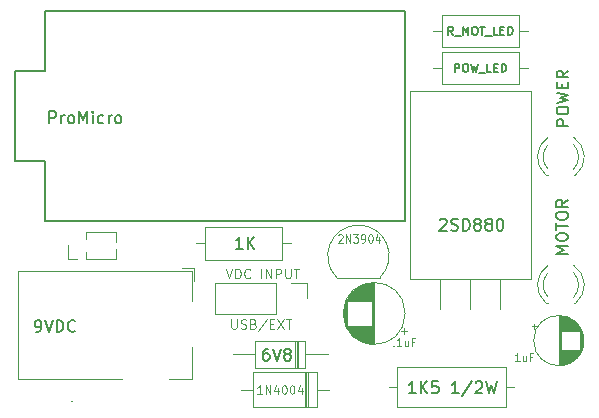
<source format=gto>
G04 #@! TF.GenerationSoftware,KiCad,Pcbnew,(5.1.6)-1*
G04 #@! TF.CreationDate,2020-12-02T16:01:19+01:00*
G04 #@! TF.ProjectId,TapeXUM,54617065-5855-44d2-9e6b-696361645f70,rev?*
G04 #@! TF.SameCoordinates,Original*
G04 #@! TF.FileFunction,Legend,Top*
G04 #@! TF.FilePolarity,Positive*
%FSLAX46Y46*%
G04 Gerber Fmt 4.6, Leading zero omitted, Abs format (unit mm)*
G04 Created by KiCad (PCBNEW (5.1.6)-1) date 2020-12-02 16:01:19*
%MOMM*%
%LPD*%
G01*
G04 APERTURE LIST*
%ADD10C,0.150000*%
%ADD11C,0.120000*%
%ADD12C,0.010000*%
%ADD13C,0.130000*%
%ADD14C,0.110000*%
%ADD15C,0.100000*%
G04 APERTURE END LIST*
D10*
X13900352Y-40050980D02*
X14090828Y-40050980D01*
X14186066Y-40003361D01*
X14233685Y-39955742D01*
X14328923Y-39812885D01*
X14376542Y-39622409D01*
X14376542Y-39241457D01*
X14328923Y-39146219D01*
X14281304Y-39098600D01*
X14186066Y-39050980D01*
X13995590Y-39050980D01*
X13900352Y-39098600D01*
X13852733Y-39146219D01*
X13805114Y-39241457D01*
X13805114Y-39479552D01*
X13852733Y-39574790D01*
X13900352Y-39622409D01*
X13995590Y-39670028D01*
X14186066Y-39670028D01*
X14281304Y-39622409D01*
X14328923Y-39574790D01*
X14376542Y-39479552D01*
X14662257Y-39050980D02*
X14995590Y-40050980D01*
X15328923Y-39050980D01*
X15662257Y-40050980D02*
X15662257Y-39050980D01*
X15900352Y-39050980D01*
X16043209Y-39098600D01*
X16138447Y-39193838D01*
X16186066Y-39289076D01*
X16233685Y-39479552D01*
X16233685Y-39622409D01*
X16186066Y-39812885D01*
X16138447Y-39908123D01*
X16043209Y-40003361D01*
X15900352Y-40050980D01*
X15662257Y-40050980D01*
X17233685Y-39955742D02*
X17186066Y-40003361D01*
X17043209Y-40050980D01*
X16947971Y-40050980D01*
X16805114Y-40003361D01*
X16709876Y-39908123D01*
X16662257Y-39812885D01*
X16614638Y-39622409D01*
X16614638Y-39479552D01*
X16662257Y-39289076D01*
X16709876Y-39193838D01*
X16805114Y-39098600D01*
X16947971Y-39050980D01*
X17043209Y-39050980D01*
X17186066Y-39098600D01*
X17233685Y-39146219D01*
D11*
X30469076Y-39008104D02*
X30469076Y-39655723D01*
X30507171Y-39731914D01*
X30545266Y-39770009D01*
X30621457Y-39808104D01*
X30773838Y-39808104D01*
X30850028Y-39770009D01*
X30888123Y-39731914D01*
X30926219Y-39655723D01*
X30926219Y-39008104D01*
X31269076Y-39770009D02*
X31383361Y-39808104D01*
X31573838Y-39808104D01*
X31650028Y-39770009D01*
X31688123Y-39731914D01*
X31726219Y-39655723D01*
X31726219Y-39579533D01*
X31688123Y-39503342D01*
X31650028Y-39465247D01*
X31573838Y-39427152D01*
X31421457Y-39389057D01*
X31345266Y-39350961D01*
X31307171Y-39312866D01*
X31269076Y-39236676D01*
X31269076Y-39160485D01*
X31307171Y-39084295D01*
X31345266Y-39046200D01*
X31421457Y-39008104D01*
X31611933Y-39008104D01*
X31726219Y-39046200D01*
X32335742Y-39389057D02*
X32450028Y-39427152D01*
X32488123Y-39465247D01*
X32526219Y-39541438D01*
X32526219Y-39655723D01*
X32488123Y-39731914D01*
X32450028Y-39770009D01*
X32373838Y-39808104D01*
X32069076Y-39808104D01*
X32069076Y-39008104D01*
X32335742Y-39008104D01*
X32411933Y-39046200D01*
X32450028Y-39084295D01*
X32488123Y-39160485D01*
X32488123Y-39236676D01*
X32450028Y-39312866D01*
X32411933Y-39350961D01*
X32335742Y-39389057D01*
X32069076Y-39389057D01*
X33440504Y-38970009D02*
X32754790Y-39998580D01*
X33707171Y-39389057D02*
X33973838Y-39389057D01*
X34088123Y-39808104D02*
X33707171Y-39808104D01*
X33707171Y-39008104D01*
X34088123Y-39008104D01*
X34354790Y-39008104D02*
X34888123Y-39808104D01*
X34888123Y-39008104D02*
X34354790Y-39808104D01*
X35078600Y-39008104D02*
X35535742Y-39008104D01*
X35307171Y-39808104D02*
X35307171Y-39008104D01*
D10*
X14693900Y-30667960D02*
X45173900Y-30667960D01*
X14693900Y-30667960D02*
X14693900Y-25587960D01*
X14693900Y-25587960D02*
X12153900Y-25587960D01*
X12153900Y-25587960D02*
X12153900Y-17967960D01*
X12153900Y-17967960D02*
X14693900Y-17967960D01*
X14693900Y-17967960D02*
X14693900Y-12887960D01*
X14693900Y-12887960D02*
X45173900Y-12887960D01*
X45173900Y-12887960D02*
X45173900Y-30667960D01*
D12*
G36*
X16921365Y-45903063D02*
G01*
X16927945Y-45909643D01*
X16934525Y-45903063D01*
X16927945Y-45896482D01*
X16921365Y-45903063D01*
G37*
X16921365Y-45903063D02*
X16927945Y-45909643D01*
X16934525Y-45903063D01*
X16927945Y-45896482D01*
X16921365Y-45903063D01*
D11*
X20659400Y-33850600D02*
X20659400Y-33048130D01*
X20659400Y-32433070D02*
X20659400Y-31630600D01*
X18184400Y-33850600D02*
X20659400Y-33850600D01*
X18184400Y-31630600D02*
X20659400Y-31630600D01*
X18184400Y-33850600D02*
X18184400Y-33304071D01*
X18184400Y-32177129D02*
X18184400Y-31630600D01*
X17424400Y-33850600D02*
X16664400Y-33850600D01*
X16664400Y-33850600D02*
X16664400Y-32740600D01*
X48263120Y-13219760D02*
X48263120Y-15959760D01*
X48263120Y-15959760D02*
X54803120Y-15959760D01*
X54803120Y-15959760D02*
X54803120Y-13219760D01*
X54803120Y-13219760D02*
X48263120Y-13219760D01*
X47493120Y-14589760D02*
X48263120Y-14589760D01*
X55573120Y-14589760D02*
X54803120Y-14589760D01*
X45170000Y-38500000D02*
G75*
G03*
X45170000Y-38500000I-2620000J0D01*
G01*
X42550000Y-41080000D02*
X42550000Y-35920000D01*
X42510000Y-41080000D02*
X42510000Y-35920000D01*
X42470000Y-41079000D02*
X42470000Y-35921000D01*
X42430000Y-41078000D02*
X42430000Y-35922000D01*
X42390000Y-41076000D02*
X42390000Y-35924000D01*
X42350000Y-41073000D02*
X42350000Y-35927000D01*
X42310000Y-41069000D02*
X42310000Y-39540000D01*
X42310000Y-37460000D02*
X42310000Y-35931000D01*
X42270000Y-41065000D02*
X42270000Y-39540000D01*
X42270000Y-37460000D02*
X42270000Y-35935000D01*
X42230000Y-41061000D02*
X42230000Y-39540000D01*
X42230000Y-37460000D02*
X42230000Y-35939000D01*
X42190000Y-41056000D02*
X42190000Y-39540000D01*
X42190000Y-37460000D02*
X42190000Y-35944000D01*
X42150000Y-41050000D02*
X42150000Y-39540000D01*
X42150000Y-37460000D02*
X42150000Y-35950000D01*
X42110000Y-41043000D02*
X42110000Y-39540000D01*
X42110000Y-37460000D02*
X42110000Y-35957000D01*
X42070000Y-41036000D02*
X42070000Y-39540000D01*
X42070000Y-37460000D02*
X42070000Y-35964000D01*
X42030000Y-41028000D02*
X42030000Y-39540000D01*
X42030000Y-37460000D02*
X42030000Y-35972000D01*
X41990000Y-41020000D02*
X41990000Y-39540000D01*
X41990000Y-37460000D02*
X41990000Y-35980000D01*
X41950000Y-41011000D02*
X41950000Y-39540000D01*
X41950000Y-37460000D02*
X41950000Y-35989000D01*
X41910000Y-41001000D02*
X41910000Y-39540000D01*
X41910000Y-37460000D02*
X41910000Y-35999000D01*
X41870000Y-40991000D02*
X41870000Y-39540000D01*
X41870000Y-37460000D02*
X41870000Y-36009000D01*
X41829000Y-40980000D02*
X41829000Y-39540000D01*
X41829000Y-37460000D02*
X41829000Y-36020000D01*
X41789000Y-40968000D02*
X41789000Y-39540000D01*
X41789000Y-37460000D02*
X41789000Y-36032000D01*
X41749000Y-40955000D02*
X41749000Y-39540000D01*
X41749000Y-37460000D02*
X41749000Y-36045000D01*
X41709000Y-40942000D02*
X41709000Y-39540000D01*
X41709000Y-37460000D02*
X41709000Y-36058000D01*
X41669000Y-40928000D02*
X41669000Y-39540000D01*
X41669000Y-37460000D02*
X41669000Y-36072000D01*
X41629000Y-40914000D02*
X41629000Y-39540000D01*
X41629000Y-37460000D02*
X41629000Y-36086000D01*
X41589000Y-40898000D02*
X41589000Y-39540000D01*
X41589000Y-37460000D02*
X41589000Y-36102000D01*
X41549000Y-40882000D02*
X41549000Y-39540000D01*
X41549000Y-37460000D02*
X41549000Y-36118000D01*
X41509000Y-40865000D02*
X41509000Y-39540000D01*
X41509000Y-37460000D02*
X41509000Y-36135000D01*
X41469000Y-40848000D02*
X41469000Y-39540000D01*
X41469000Y-37460000D02*
X41469000Y-36152000D01*
X41429000Y-40829000D02*
X41429000Y-39540000D01*
X41429000Y-37460000D02*
X41429000Y-36171000D01*
X41389000Y-40810000D02*
X41389000Y-39540000D01*
X41389000Y-37460000D02*
X41389000Y-36190000D01*
X41349000Y-40790000D02*
X41349000Y-39540000D01*
X41349000Y-37460000D02*
X41349000Y-36210000D01*
X41309000Y-40768000D02*
X41309000Y-39540000D01*
X41309000Y-37460000D02*
X41309000Y-36232000D01*
X41269000Y-40747000D02*
X41269000Y-39540000D01*
X41269000Y-37460000D02*
X41269000Y-36253000D01*
X41229000Y-40724000D02*
X41229000Y-39540000D01*
X41229000Y-37460000D02*
X41229000Y-36276000D01*
X41189000Y-40700000D02*
X41189000Y-39540000D01*
X41189000Y-37460000D02*
X41189000Y-36300000D01*
X41149000Y-40675000D02*
X41149000Y-39540000D01*
X41149000Y-37460000D02*
X41149000Y-36325000D01*
X41109000Y-40649000D02*
X41109000Y-39540000D01*
X41109000Y-37460000D02*
X41109000Y-36351000D01*
X41069000Y-40622000D02*
X41069000Y-39540000D01*
X41069000Y-37460000D02*
X41069000Y-36378000D01*
X41029000Y-40595000D02*
X41029000Y-39540000D01*
X41029000Y-37460000D02*
X41029000Y-36405000D01*
X40989000Y-40565000D02*
X40989000Y-39540000D01*
X40989000Y-37460000D02*
X40989000Y-36435000D01*
X40949000Y-40535000D02*
X40949000Y-39540000D01*
X40949000Y-37460000D02*
X40949000Y-36465000D01*
X40909000Y-40504000D02*
X40909000Y-39540000D01*
X40909000Y-37460000D02*
X40909000Y-36496000D01*
X40869000Y-40471000D02*
X40869000Y-39540000D01*
X40869000Y-37460000D02*
X40869000Y-36529000D01*
X40829000Y-40437000D02*
X40829000Y-39540000D01*
X40829000Y-37460000D02*
X40829000Y-36563000D01*
X40789000Y-40401000D02*
X40789000Y-39540000D01*
X40789000Y-37460000D02*
X40789000Y-36599000D01*
X40749000Y-40364000D02*
X40749000Y-39540000D01*
X40749000Y-37460000D02*
X40749000Y-36636000D01*
X40709000Y-40326000D02*
X40709000Y-39540000D01*
X40709000Y-37460000D02*
X40709000Y-36674000D01*
X40669000Y-40285000D02*
X40669000Y-39540000D01*
X40669000Y-37460000D02*
X40669000Y-36715000D01*
X40629000Y-40243000D02*
X40629000Y-39540000D01*
X40629000Y-37460000D02*
X40629000Y-36757000D01*
X40589000Y-40199000D02*
X40589000Y-39540000D01*
X40589000Y-37460000D02*
X40589000Y-36801000D01*
X40549000Y-40153000D02*
X40549000Y-39540000D01*
X40549000Y-37460000D02*
X40549000Y-36847000D01*
X40509000Y-40105000D02*
X40509000Y-39540000D01*
X40509000Y-37460000D02*
X40509000Y-36895000D01*
X40469000Y-40054000D02*
X40469000Y-39540000D01*
X40469000Y-37460000D02*
X40469000Y-36946000D01*
X40429000Y-40000000D02*
X40429000Y-39540000D01*
X40429000Y-37460000D02*
X40429000Y-37000000D01*
X40389000Y-39943000D02*
X40389000Y-39540000D01*
X40389000Y-37460000D02*
X40389000Y-37057000D01*
X40349000Y-39883000D02*
X40349000Y-39540000D01*
X40349000Y-37460000D02*
X40349000Y-37117000D01*
X40309000Y-39819000D02*
X40309000Y-39540000D01*
X40309000Y-37460000D02*
X40309000Y-37181000D01*
X40269000Y-39751000D02*
X40269000Y-39540000D01*
X40269000Y-37460000D02*
X40269000Y-37249000D01*
X40229000Y-39678000D02*
X40229000Y-37322000D01*
X40189000Y-39598000D02*
X40189000Y-37402000D01*
X40149000Y-39511000D02*
X40149000Y-37489000D01*
X40109000Y-39415000D02*
X40109000Y-37585000D01*
X40069000Y-39305000D02*
X40069000Y-37695000D01*
X40029000Y-39177000D02*
X40029000Y-37823000D01*
X39989000Y-39018000D02*
X39989000Y-37982000D01*
X39949000Y-38784000D02*
X39949000Y-38216000D01*
X45354775Y-39975000D02*
X44854775Y-39975000D01*
X45104775Y-40225000D02*
X45104775Y-39725000D01*
X29099200Y-35881000D02*
X29099200Y-38541000D01*
X34239200Y-35881000D02*
X29099200Y-35881000D01*
X34239200Y-38541000D02*
X29099200Y-38541000D01*
X34239200Y-35881000D02*
X34239200Y-38541000D01*
X35509200Y-35881000D02*
X36839200Y-35881000D01*
X36839200Y-35881000D02*
X36839200Y-37211000D01*
X27312800Y-35721600D02*
X27312800Y-34671600D01*
X26262800Y-34671600D02*
X27312800Y-34671600D01*
X21212800Y-44071600D02*
X12412800Y-44071600D01*
X12412800Y-44071600D02*
X12412800Y-34871600D01*
X27112800Y-41371600D02*
X27112800Y-44071600D01*
X27112800Y-44071600D02*
X25212800Y-44071600D01*
X12412800Y-34871600D02*
X27112800Y-34871600D01*
X27112800Y-34871600D02*
X27112800Y-37471600D01*
X48263120Y-16359200D02*
X48263120Y-19099200D01*
X48263120Y-19099200D02*
X54803120Y-19099200D01*
X54803120Y-19099200D02*
X54803120Y-16359200D01*
X54803120Y-16359200D02*
X48263120Y-16359200D01*
X47493120Y-17729200D02*
X48263120Y-17729200D01*
X55573120Y-17729200D02*
X54803120Y-17729200D01*
X28200600Y-31192800D02*
X28200600Y-33932800D01*
X28200600Y-33932800D02*
X34740600Y-33932800D01*
X34740600Y-33932800D02*
X34740600Y-31192800D01*
X34740600Y-31192800D02*
X28200600Y-31192800D01*
X27430600Y-32562800D02*
X28200600Y-32562800D01*
X35510600Y-32562800D02*
X34740600Y-32562800D01*
X53730900Y-46449400D02*
X53730900Y-43009400D01*
X53730900Y-43009400D02*
X44490900Y-43009400D01*
X44490900Y-43009400D02*
X44490900Y-46449400D01*
X44490900Y-46449400D02*
X53730900Y-46449400D01*
X54420900Y-44729400D02*
X53730900Y-44729400D01*
X43800900Y-44729400D02*
X44490900Y-44729400D01*
X39421660Y-35464360D02*
X43021660Y-35464360D01*
X43060138Y-35452838D02*
G75*
G03*
X41221660Y-31014360I-1838478J1838478D01*
G01*
X39383182Y-35452838D02*
G75*
G02*
X41221660Y-31014360I1838478J1838478D01*
G01*
X45563160Y-35545380D02*
X55803160Y-35545380D01*
X45563160Y-19655380D02*
X55803160Y-19655380D01*
X45563160Y-19655380D02*
X45563160Y-35545380D01*
X55803160Y-19655380D02*
X55803160Y-35545380D01*
X48143160Y-35545380D02*
X48143160Y-38085380D01*
X50683160Y-35545380D02*
X50683160Y-38085380D01*
X53223160Y-35545380D02*
X53223160Y-38085380D01*
X57120500Y-26807600D02*
X57276500Y-26807600D01*
X59436500Y-26807600D02*
X59592500Y-26807600D01*
X59436337Y-24206470D02*
G75*
G02*
X59436500Y-26288561I-1079837J-1041130D01*
G01*
X57276663Y-24206470D02*
G75*
G03*
X57276500Y-26288561I1079837J-1041130D01*
G01*
X59435108Y-23575265D02*
G75*
G02*
X59592016Y-26807600I-1078608J-1672335D01*
G01*
X57277892Y-23575265D02*
G75*
G03*
X57120984Y-26807600I1078608J-1672335D01*
G01*
X36727500Y-43090960D02*
X36727500Y-40850960D01*
X36727500Y-40850960D02*
X32487500Y-40850960D01*
X32487500Y-40850960D02*
X32487500Y-43090960D01*
X32487500Y-43090960D02*
X36727500Y-43090960D01*
X38647500Y-41970960D02*
X36727500Y-41970960D01*
X30567500Y-41970960D02*
X32487500Y-41970960D01*
X36007500Y-43090960D02*
X36007500Y-40850960D01*
X35887500Y-43090960D02*
X35887500Y-40850960D01*
X36127500Y-43090960D02*
X36127500Y-40850960D01*
X57120500Y-37648320D02*
X57276500Y-37648320D01*
X59436500Y-37648320D02*
X59592500Y-37648320D01*
X59436337Y-35047190D02*
G75*
G02*
X59436500Y-37129281I-1079837J-1041130D01*
G01*
X57276663Y-35047190D02*
G75*
G03*
X57276500Y-37129281I1079837J-1041130D01*
G01*
X59435108Y-34415985D02*
G75*
G02*
X59592016Y-37648320I-1078608J-1672335D01*
G01*
X57277892Y-34415985D02*
G75*
G03*
X57120984Y-37648320I1078608J-1672335D01*
G01*
X37698340Y-46417840D02*
X37698340Y-43477840D01*
X37698340Y-43477840D02*
X32258340Y-43477840D01*
X32258340Y-43477840D02*
X32258340Y-46417840D01*
X32258340Y-46417840D02*
X37698340Y-46417840D01*
X38718340Y-44947840D02*
X37698340Y-44947840D01*
X31238340Y-44947840D02*
X32258340Y-44947840D01*
X36798340Y-46417840D02*
X36798340Y-43477840D01*
X36678340Y-46417840D02*
X36678340Y-43477840D01*
X36918340Y-46417840D02*
X36918340Y-43477840D01*
X60295400Y-40792400D02*
G75*
G03*
X60295400Y-40792400I-2120000J0D01*
G01*
X58175400Y-38712400D02*
X58175400Y-42872400D01*
X58215400Y-38712400D02*
X58215400Y-42872400D01*
X58255400Y-38713400D02*
X58255400Y-42871400D01*
X58295400Y-38715400D02*
X58295400Y-42869400D01*
X58335400Y-38718400D02*
X58335400Y-42866400D01*
X58375400Y-38721400D02*
X58375400Y-39952400D01*
X58375400Y-41632400D02*
X58375400Y-42863400D01*
X58415400Y-38725400D02*
X58415400Y-39952400D01*
X58415400Y-41632400D02*
X58415400Y-42859400D01*
X58455400Y-38730400D02*
X58455400Y-39952400D01*
X58455400Y-41632400D02*
X58455400Y-42854400D01*
X58495400Y-38736400D02*
X58495400Y-39952400D01*
X58495400Y-41632400D02*
X58495400Y-42848400D01*
X58535400Y-38742400D02*
X58535400Y-39952400D01*
X58535400Y-41632400D02*
X58535400Y-42842400D01*
X58575400Y-38750400D02*
X58575400Y-39952400D01*
X58575400Y-41632400D02*
X58575400Y-42834400D01*
X58615400Y-38758400D02*
X58615400Y-39952400D01*
X58615400Y-41632400D02*
X58615400Y-42826400D01*
X58655400Y-38767400D02*
X58655400Y-39952400D01*
X58655400Y-41632400D02*
X58655400Y-42817400D01*
X58695400Y-38776400D02*
X58695400Y-39952400D01*
X58695400Y-41632400D02*
X58695400Y-42808400D01*
X58735400Y-38787400D02*
X58735400Y-39952400D01*
X58735400Y-41632400D02*
X58735400Y-42797400D01*
X58775400Y-38798400D02*
X58775400Y-39952400D01*
X58775400Y-41632400D02*
X58775400Y-42786400D01*
X58815400Y-38810400D02*
X58815400Y-39952400D01*
X58815400Y-41632400D02*
X58815400Y-42774400D01*
X58855400Y-38824400D02*
X58855400Y-39952400D01*
X58855400Y-41632400D02*
X58855400Y-42760400D01*
X58896400Y-38838400D02*
X58896400Y-39952400D01*
X58896400Y-41632400D02*
X58896400Y-42746400D01*
X58936400Y-38852400D02*
X58936400Y-39952400D01*
X58936400Y-41632400D02*
X58936400Y-42732400D01*
X58976400Y-38868400D02*
X58976400Y-39952400D01*
X58976400Y-41632400D02*
X58976400Y-42716400D01*
X59016400Y-38885400D02*
X59016400Y-39952400D01*
X59016400Y-41632400D02*
X59016400Y-42699400D01*
X59056400Y-38903400D02*
X59056400Y-39952400D01*
X59056400Y-41632400D02*
X59056400Y-42681400D01*
X59096400Y-38922400D02*
X59096400Y-39952400D01*
X59096400Y-41632400D02*
X59096400Y-42662400D01*
X59136400Y-38941400D02*
X59136400Y-39952400D01*
X59136400Y-41632400D02*
X59136400Y-42643400D01*
X59176400Y-38962400D02*
X59176400Y-39952400D01*
X59176400Y-41632400D02*
X59176400Y-42622400D01*
X59216400Y-38984400D02*
X59216400Y-39952400D01*
X59216400Y-41632400D02*
X59216400Y-42600400D01*
X59256400Y-39007400D02*
X59256400Y-39952400D01*
X59256400Y-41632400D02*
X59256400Y-42577400D01*
X59296400Y-39032400D02*
X59296400Y-39952400D01*
X59296400Y-41632400D02*
X59296400Y-42552400D01*
X59336400Y-39057400D02*
X59336400Y-39952400D01*
X59336400Y-41632400D02*
X59336400Y-42527400D01*
X59376400Y-39084400D02*
X59376400Y-39952400D01*
X59376400Y-41632400D02*
X59376400Y-42500400D01*
X59416400Y-39112400D02*
X59416400Y-39952400D01*
X59416400Y-41632400D02*
X59416400Y-42472400D01*
X59456400Y-39142400D02*
X59456400Y-39952400D01*
X59456400Y-41632400D02*
X59456400Y-42442400D01*
X59496400Y-39173400D02*
X59496400Y-39952400D01*
X59496400Y-41632400D02*
X59496400Y-42411400D01*
X59536400Y-39205400D02*
X59536400Y-39952400D01*
X59536400Y-41632400D02*
X59536400Y-42379400D01*
X59576400Y-39240400D02*
X59576400Y-39952400D01*
X59576400Y-41632400D02*
X59576400Y-42344400D01*
X59616400Y-39276400D02*
X59616400Y-39952400D01*
X59616400Y-41632400D02*
X59616400Y-42308400D01*
X59656400Y-39314400D02*
X59656400Y-39952400D01*
X59656400Y-41632400D02*
X59656400Y-42270400D01*
X59696400Y-39354400D02*
X59696400Y-39952400D01*
X59696400Y-41632400D02*
X59696400Y-42230400D01*
X59736400Y-39396400D02*
X59736400Y-39952400D01*
X59736400Y-41632400D02*
X59736400Y-42188400D01*
X59776400Y-39441400D02*
X59776400Y-39952400D01*
X59776400Y-41632400D02*
X59776400Y-42143400D01*
X59816400Y-39488400D02*
X59816400Y-39952400D01*
X59816400Y-41632400D02*
X59816400Y-42096400D01*
X59856400Y-39538400D02*
X59856400Y-39952400D01*
X59856400Y-41632400D02*
X59856400Y-42046400D01*
X59896400Y-39592400D02*
X59896400Y-39952400D01*
X59896400Y-41632400D02*
X59896400Y-41992400D01*
X59936400Y-39650400D02*
X59936400Y-39952400D01*
X59936400Y-41632400D02*
X59936400Y-41934400D01*
X59976400Y-39712400D02*
X59976400Y-39952400D01*
X59976400Y-41632400D02*
X59976400Y-41872400D01*
X60016400Y-39779400D02*
X60016400Y-41805400D01*
X60056400Y-39852400D02*
X60056400Y-41732400D01*
X60096400Y-39933400D02*
X60096400Y-41651400D01*
X60136400Y-40024400D02*
X60136400Y-41560400D01*
X60176400Y-40128400D02*
X60176400Y-41456400D01*
X60216400Y-40255400D02*
X60216400Y-41329400D01*
X60256400Y-40422400D02*
X60256400Y-41162400D01*
X55905599Y-39597400D02*
X56305599Y-39597400D01*
X56105599Y-39397400D02*
X56105599Y-39797400D01*
D10*
X15062189Y-22396639D02*
X15062189Y-21396639D01*
X15443141Y-21396639D01*
X15538379Y-21444259D01*
X15585999Y-21491878D01*
X15633618Y-21587116D01*
X15633618Y-21729973D01*
X15585999Y-21825211D01*
X15538379Y-21872830D01*
X15443141Y-21920449D01*
X15062189Y-21920449D01*
X16062189Y-22396639D02*
X16062189Y-21729973D01*
X16062189Y-21920449D02*
X16109808Y-21825211D01*
X16157427Y-21777592D01*
X16252665Y-21729973D01*
X16347903Y-21729973D01*
X16824094Y-22396639D02*
X16728856Y-22349020D01*
X16681237Y-22301401D01*
X16633618Y-22206163D01*
X16633618Y-21920449D01*
X16681237Y-21825211D01*
X16728856Y-21777592D01*
X16824094Y-21729973D01*
X16966951Y-21729973D01*
X17062189Y-21777592D01*
X17109808Y-21825211D01*
X17157427Y-21920449D01*
X17157427Y-22206163D01*
X17109808Y-22301401D01*
X17062189Y-22349020D01*
X16966951Y-22396639D01*
X16824094Y-22396639D01*
X17585999Y-22396639D02*
X17585999Y-21396639D01*
X17919332Y-22110925D01*
X18252665Y-21396639D01*
X18252665Y-22396639D01*
X18728856Y-22396639D02*
X18728856Y-21729973D01*
X18728856Y-21396639D02*
X18681237Y-21444259D01*
X18728856Y-21491878D01*
X18776475Y-21444259D01*
X18728856Y-21396639D01*
X18728856Y-21491878D01*
X19633618Y-22349020D02*
X19538379Y-22396639D01*
X19347903Y-22396639D01*
X19252665Y-22349020D01*
X19205046Y-22301401D01*
X19157427Y-22206163D01*
X19157427Y-21920449D01*
X19205046Y-21825211D01*
X19252665Y-21777592D01*
X19347903Y-21729973D01*
X19538379Y-21729973D01*
X19633618Y-21777592D01*
X20062189Y-22396639D02*
X20062189Y-21729973D01*
X20062189Y-21920449D02*
X20109808Y-21825211D01*
X20157427Y-21777592D01*
X20252665Y-21729973D01*
X20347903Y-21729973D01*
X20824094Y-22396639D02*
X20728856Y-22349020D01*
X20681237Y-22301401D01*
X20633618Y-22206163D01*
X20633618Y-21920449D01*
X20681237Y-21825211D01*
X20728856Y-21777592D01*
X20824094Y-21729973D01*
X20966951Y-21729973D01*
X21062189Y-21777592D01*
X21109808Y-21825211D01*
X21157427Y-21920449D01*
X21157427Y-22206163D01*
X21109808Y-22301401D01*
X21062189Y-22349020D01*
X20966951Y-22396639D01*
X20824094Y-22396639D01*
D13*
X49233120Y-14906426D02*
X48999786Y-14573093D01*
X48833120Y-14906426D02*
X48833120Y-14206426D01*
X49099786Y-14206426D01*
X49166453Y-14239760D01*
X49199786Y-14273093D01*
X49233120Y-14339760D01*
X49233120Y-14439760D01*
X49199786Y-14506426D01*
X49166453Y-14539760D01*
X49099786Y-14573093D01*
X48833120Y-14573093D01*
X49366453Y-14973093D02*
X49899786Y-14973093D01*
X50066453Y-14906426D02*
X50066453Y-14206426D01*
X50299786Y-14706426D01*
X50533120Y-14206426D01*
X50533120Y-14906426D01*
X50999786Y-14206426D02*
X51133120Y-14206426D01*
X51199786Y-14239760D01*
X51266453Y-14306426D01*
X51299786Y-14439760D01*
X51299786Y-14673093D01*
X51266453Y-14806426D01*
X51199786Y-14873093D01*
X51133120Y-14906426D01*
X50999786Y-14906426D01*
X50933120Y-14873093D01*
X50866453Y-14806426D01*
X50833120Y-14673093D01*
X50833120Y-14439760D01*
X50866453Y-14306426D01*
X50933120Y-14239760D01*
X50999786Y-14206426D01*
X51499786Y-14206426D02*
X51899786Y-14206426D01*
X51699786Y-14906426D02*
X51699786Y-14206426D01*
X51966453Y-14973093D02*
X52499786Y-14973093D01*
X52999786Y-14906426D02*
X52666453Y-14906426D01*
X52666453Y-14206426D01*
X53233120Y-14539760D02*
X53466453Y-14539760D01*
X53566453Y-14906426D02*
X53233120Y-14906426D01*
X53233120Y-14206426D01*
X53566453Y-14206426D01*
X53866453Y-14906426D02*
X53866453Y-14206426D01*
X54033120Y-14206426D01*
X54133120Y-14239760D01*
X54199786Y-14306426D01*
X54233120Y-14373093D01*
X54266453Y-14506426D01*
X54266453Y-14606426D01*
X54233120Y-14739760D01*
X54199786Y-14806426D01*
X54133120Y-14873093D01*
X54033120Y-14906426D01*
X53866453Y-14906426D01*
D14*
X44202857Y-41220200D02*
X44233809Y-41253533D01*
X44202857Y-41286866D01*
X44171904Y-41253533D01*
X44202857Y-41220200D01*
X44202857Y-41286866D01*
X44852857Y-41286866D02*
X44481428Y-41286866D01*
X44667142Y-41286866D02*
X44667142Y-40586866D01*
X44605238Y-40686866D01*
X44543333Y-40753533D01*
X44481428Y-40786866D01*
X45410000Y-40820200D02*
X45410000Y-41286866D01*
X45131428Y-40820200D02*
X45131428Y-41186866D01*
X45162380Y-41253533D01*
X45224285Y-41286866D01*
X45317142Y-41286866D01*
X45379047Y-41253533D01*
X45410000Y-41220200D01*
X45936190Y-40920200D02*
X45719523Y-40920200D01*
X45719523Y-41286866D02*
X45719523Y-40586866D01*
X46029047Y-40586866D01*
D11*
X29991438Y-34715504D02*
X30258104Y-35515504D01*
X30524771Y-34715504D01*
X30791438Y-35515504D02*
X30791438Y-34715504D01*
X30981914Y-34715504D01*
X31096200Y-34753600D01*
X31172390Y-34829790D01*
X31210485Y-34905980D01*
X31248580Y-35058361D01*
X31248580Y-35172647D01*
X31210485Y-35325028D01*
X31172390Y-35401219D01*
X31096200Y-35477409D01*
X30981914Y-35515504D01*
X30791438Y-35515504D01*
X32048580Y-35439314D02*
X32010485Y-35477409D01*
X31896200Y-35515504D01*
X31820009Y-35515504D01*
X31705723Y-35477409D01*
X31629533Y-35401219D01*
X31591438Y-35325028D01*
X31553342Y-35172647D01*
X31553342Y-35058361D01*
X31591438Y-34905980D01*
X31629533Y-34829790D01*
X31705723Y-34753600D01*
X31820009Y-34715504D01*
X31896200Y-34715504D01*
X32010485Y-34753600D01*
X32048580Y-34791695D01*
X33000961Y-35515504D02*
X33000961Y-34715504D01*
X33381914Y-35515504D02*
X33381914Y-34715504D01*
X33839057Y-35515504D01*
X33839057Y-34715504D01*
X34220009Y-35515504D02*
X34220009Y-34715504D01*
X34524771Y-34715504D01*
X34600961Y-34753600D01*
X34639057Y-34791695D01*
X34677152Y-34867885D01*
X34677152Y-34982171D01*
X34639057Y-35058361D01*
X34600961Y-35096457D01*
X34524771Y-35134552D01*
X34220009Y-35134552D01*
X35020009Y-34715504D02*
X35020009Y-35363123D01*
X35058104Y-35439314D01*
X35096200Y-35477409D01*
X35172390Y-35515504D01*
X35324771Y-35515504D01*
X35400961Y-35477409D01*
X35439057Y-35439314D01*
X35477152Y-35363123D01*
X35477152Y-34715504D01*
X35743819Y-34715504D02*
X36200961Y-34715504D01*
X35972390Y-35515504D02*
X35972390Y-34715504D01*
D13*
X49366453Y-18045866D02*
X49366453Y-17345866D01*
X49633120Y-17345866D01*
X49699786Y-17379200D01*
X49733120Y-17412533D01*
X49766453Y-17479200D01*
X49766453Y-17579200D01*
X49733120Y-17645866D01*
X49699786Y-17679200D01*
X49633120Y-17712533D01*
X49366453Y-17712533D01*
X50199786Y-17345866D02*
X50333120Y-17345866D01*
X50399786Y-17379200D01*
X50466453Y-17445866D01*
X50499786Y-17579200D01*
X50499786Y-17812533D01*
X50466453Y-17945866D01*
X50399786Y-18012533D01*
X50333120Y-18045866D01*
X50199786Y-18045866D01*
X50133120Y-18012533D01*
X50066453Y-17945866D01*
X50033120Y-17812533D01*
X50033120Y-17579200D01*
X50066453Y-17445866D01*
X50133120Y-17379200D01*
X50199786Y-17345866D01*
X50733120Y-17345866D02*
X50899786Y-18045866D01*
X51033120Y-17545866D01*
X51166453Y-18045866D01*
X51333120Y-17345866D01*
X51433120Y-18112533D02*
X51966453Y-18112533D01*
X52466453Y-18045866D02*
X52133120Y-18045866D01*
X52133120Y-17345866D01*
X52699786Y-17679200D02*
X52933120Y-17679200D01*
X53033120Y-18045866D02*
X52699786Y-18045866D01*
X52699786Y-17345866D01*
X53033120Y-17345866D01*
X53333120Y-18045866D02*
X53333120Y-17345866D01*
X53499786Y-17345866D01*
X53599786Y-17379200D01*
X53666453Y-17445866D01*
X53699786Y-17512533D01*
X53733120Y-17645866D01*
X53733120Y-17745866D01*
X53699786Y-17879200D01*
X53666453Y-17945866D01*
X53599786Y-18012533D01*
X53499786Y-18045866D01*
X53333120Y-18045866D01*
D10*
X31413794Y-33015180D02*
X30842365Y-33015180D01*
X31128080Y-33015180D02*
X31128080Y-32015180D01*
X31032841Y-32158038D01*
X30937603Y-32253276D01*
X30842365Y-32300895D01*
X31842365Y-33015180D02*
X31842365Y-32015180D01*
X32413794Y-33015180D02*
X31985222Y-32443752D01*
X32413794Y-32015180D02*
X31842365Y-32586609D01*
X46055352Y-45257980D02*
X45483923Y-45257980D01*
X45769638Y-45257980D02*
X45769638Y-44257980D01*
X45674400Y-44400838D01*
X45579161Y-44496076D01*
X45483923Y-44543695D01*
X46483923Y-45257980D02*
X46483923Y-44257980D01*
X47055352Y-45257980D02*
X46626780Y-44686552D01*
X47055352Y-44257980D02*
X46483923Y-44829409D01*
X47960114Y-44257980D02*
X47483923Y-44257980D01*
X47436304Y-44734171D01*
X47483923Y-44686552D01*
X47579161Y-44638933D01*
X47817257Y-44638933D01*
X47912495Y-44686552D01*
X47960114Y-44734171D01*
X48007733Y-44829409D01*
X48007733Y-45067504D01*
X47960114Y-45162742D01*
X47912495Y-45210361D01*
X47817257Y-45257980D01*
X47579161Y-45257980D01*
X47483923Y-45210361D01*
X47436304Y-45162742D01*
X49722019Y-45257980D02*
X49150590Y-45257980D01*
X49436304Y-45257980D02*
X49436304Y-44257980D01*
X49341066Y-44400838D01*
X49245828Y-44496076D01*
X49150590Y-44543695D01*
X50864876Y-44210361D02*
X50007733Y-45496076D01*
X51150590Y-44353219D02*
X51198209Y-44305600D01*
X51293447Y-44257980D01*
X51531542Y-44257980D01*
X51626780Y-44305600D01*
X51674400Y-44353219D01*
X51722019Y-44448457D01*
X51722019Y-44543695D01*
X51674400Y-44686552D01*
X51102971Y-45257980D01*
X51722019Y-45257980D01*
X52055352Y-44257980D02*
X52293447Y-45257980D01*
X52483923Y-44543695D01*
X52674400Y-45257980D01*
X52912495Y-44257980D01*
D14*
X39510714Y-31865133D02*
X39541666Y-31831800D01*
X39603571Y-31798466D01*
X39758333Y-31798466D01*
X39820238Y-31831800D01*
X39851190Y-31865133D01*
X39882142Y-31931800D01*
X39882142Y-31998466D01*
X39851190Y-32098466D01*
X39479761Y-32498466D01*
X39882142Y-32498466D01*
X40160714Y-32498466D02*
X40160714Y-31798466D01*
X40532142Y-32498466D01*
X40532142Y-31798466D01*
X40779761Y-31798466D02*
X41182142Y-31798466D01*
X40965476Y-32065133D01*
X41058333Y-32065133D01*
X41120238Y-32098466D01*
X41151190Y-32131800D01*
X41182142Y-32198466D01*
X41182142Y-32365133D01*
X41151190Y-32431800D01*
X41120238Y-32465133D01*
X41058333Y-32498466D01*
X40872619Y-32498466D01*
X40810714Y-32465133D01*
X40779761Y-32431800D01*
X41491666Y-32498466D02*
X41615476Y-32498466D01*
X41677380Y-32465133D01*
X41708333Y-32431800D01*
X41770238Y-32331800D01*
X41801190Y-32198466D01*
X41801190Y-31931800D01*
X41770238Y-31865133D01*
X41739285Y-31831800D01*
X41677380Y-31798466D01*
X41553571Y-31798466D01*
X41491666Y-31831800D01*
X41460714Y-31865133D01*
X41429761Y-31931800D01*
X41429761Y-32098466D01*
X41460714Y-32165133D01*
X41491666Y-32198466D01*
X41553571Y-32231800D01*
X41677380Y-32231800D01*
X41739285Y-32198466D01*
X41770238Y-32165133D01*
X41801190Y-32098466D01*
X42203571Y-31798466D02*
X42265476Y-31798466D01*
X42327380Y-31831800D01*
X42358333Y-31865133D01*
X42389285Y-31931800D01*
X42420238Y-32065133D01*
X42420238Y-32231800D01*
X42389285Y-32365133D01*
X42358333Y-32431800D01*
X42327380Y-32465133D01*
X42265476Y-32498466D01*
X42203571Y-32498466D01*
X42141666Y-32465133D01*
X42110714Y-32431800D01*
X42079761Y-32365133D01*
X42048809Y-32231800D01*
X42048809Y-32065133D01*
X42079761Y-31931800D01*
X42110714Y-31865133D01*
X42141666Y-31831800D01*
X42203571Y-31798466D01*
X42977380Y-32031800D02*
X42977380Y-32498466D01*
X42822619Y-31765133D02*
X42667857Y-32265133D01*
X43070238Y-32265133D01*
D10*
X48109523Y-30586419D02*
X48157142Y-30538800D01*
X48252380Y-30491180D01*
X48490476Y-30491180D01*
X48585714Y-30538800D01*
X48633333Y-30586419D01*
X48680952Y-30681657D01*
X48680952Y-30776895D01*
X48633333Y-30919752D01*
X48061904Y-31491180D01*
X48680952Y-31491180D01*
X49061904Y-31443561D02*
X49204761Y-31491180D01*
X49442857Y-31491180D01*
X49538095Y-31443561D01*
X49585714Y-31395942D01*
X49633333Y-31300704D01*
X49633333Y-31205466D01*
X49585714Y-31110228D01*
X49538095Y-31062609D01*
X49442857Y-31014990D01*
X49252380Y-30967371D01*
X49157142Y-30919752D01*
X49109523Y-30872133D01*
X49061904Y-30776895D01*
X49061904Y-30681657D01*
X49109523Y-30586419D01*
X49157142Y-30538800D01*
X49252380Y-30491180D01*
X49490476Y-30491180D01*
X49633333Y-30538800D01*
X50061904Y-31491180D02*
X50061904Y-30491180D01*
X50300000Y-30491180D01*
X50442857Y-30538800D01*
X50538095Y-30634038D01*
X50585714Y-30729276D01*
X50633333Y-30919752D01*
X50633333Y-31062609D01*
X50585714Y-31253085D01*
X50538095Y-31348323D01*
X50442857Y-31443561D01*
X50300000Y-31491180D01*
X50061904Y-31491180D01*
X51204761Y-30919752D02*
X51109523Y-30872133D01*
X51061904Y-30824514D01*
X51014285Y-30729276D01*
X51014285Y-30681657D01*
X51061904Y-30586419D01*
X51109523Y-30538800D01*
X51204761Y-30491180D01*
X51395238Y-30491180D01*
X51490476Y-30538800D01*
X51538095Y-30586419D01*
X51585714Y-30681657D01*
X51585714Y-30729276D01*
X51538095Y-30824514D01*
X51490476Y-30872133D01*
X51395238Y-30919752D01*
X51204761Y-30919752D01*
X51109523Y-30967371D01*
X51061904Y-31014990D01*
X51014285Y-31110228D01*
X51014285Y-31300704D01*
X51061904Y-31395942D01*
X51109523Y-31443561D01*
X51204761Y-31491180D01*
X51395238Y-31491180D01*
X51490476Y-31443561D01*
X51538095Y-31395942D01*
X51585714Y-31300704D01*
X51585714Y-31110228D01*
X51538095Y-31014990D01*
X51490476Y-30967371D01*
X51395238Y-30919752D01*
X52157142Y-30919752D02*
X52061904Y-30872133D01*
X52014285Y-30824514D01*
X51966666Y-30729276D01*
X51966666Y-30681657D01*
X52014285Y-30586419D01*
X52061904Y-30538800D01*
X52157142Y-30491180D01*
X52347619Y-30491180D01*
X52442857Y-30538800D01*
X52490476Y-30586419D01*
X52538095Y-30681657D01*
X52538095Y-30729276D01*
X52490476Y-30824514D01*
X52442857Y-30872133D01*
X52347619Y-30919752D01*
X52157142Y-30919752D01*
X52061904Y-30967371D01*
X52014285Y-31014990D01*
X51966666Y-31110228D01*
X51966666Y-31300704D01*
X52014285Y-31395942D01*
X52061904Y-31443561D01*
X52157142Y-31491180D01*
X52347619Y-31491180D01*
X52442857Y-31443561D01*
X52490476Y-31395942D01*
X52538095Y-31300704D01*
X52538095Y-31110228D01*
X52490476Y-31014990D01*
X52442857Y-30967371D01*
X52347619Y-30919752D01*
X53157142Y-30491180D02*
X53252380Y-30491180D01*
X53347619Y-30538800D01*
X53395238Y-30586419D01*
X53442857Y-30681657D01*
X53490476Y-30872133D01*
X53490476Y-31110228D01*
X53442857Y-31300704D01*
X53395238Y-31395942D01*
X53347619Y-31443561D01*
X53252380Y-31491180D01*
X53157142Y-31491180D01*
X53061904Y-31443561D01*
X53014285Y-31395942D01*
X52966666Y-31300704D01*
X52919047Y-31110228D01*
X52919047Y-30872133D01*
X52966666Y-30681657D01*
X53014285Y-30586419D01*
X53061904Y-30538800D01*
X53157142Y-30491180D01*
X58999380Y-22604123D02*
X57999380Y-22604123D01*
X57999380Y-22223171D01*
X58047000Y-22127933D01*
X58094619Y-22080314D01*
X58189857Y-22032695D01*
X58332714Y-22032695D01*
X58427952Y-22080314D01*
X58475571Y-22127933D01*
X58523190Y-22223171D01*
X58523190Y-22604123D01*
X57999380Y-21413647D02*
X57999380Y-21223171D01*
X58047000Y-21127933D01*
X58142238Y-21032695D01*
X58332714Y-20985076D01*
X58666047Y-20985076D01*
X58856523Y-21032695D01*
X58951761Y-21127933D01*
X58999380Y-21223171D01*
X58999380Y-21413647D01*
X58951761Y-21508885D01*
X58856523Y-21604123D01*
X58666047Y-21651742D01*
X58332714Y-21651742D01*
X58142238Y-21604123D01*
X58047000Y-21508885D01*
X57999380Y-21413647D01*
X57999380Y-20651742D02*
X58999380Y-20413647D01*
X58285095Y-20223171D01*
X58999380Y-20032695D01*
X57999380Y-19794600D01*
X58475571Y-19413647D02*
X58475571Y-19080314D01*
X58999380Y-18937457D02*
X58999380Y-19413647D01*
X57999380Y-19413647D01*
X57999380Y-18937457D01*
X58999380Y-17937457D02*
X58523190Y-18270790D01*
X58999380Y-18508885D02*
X57999380Y-18508885D01*
X57999380Y-18127933D01*
X58047000Y-18032695D01*
X58094619Y-17985076D01*
X58189857Y-17937457D01*
X58332714Y-17937457D01*
X58427952Y-17985076D01*
X58475571Y-18032695D01*
X58523190Y-18127933D01*
X58523190Y-18508885D01*
X33601114Y-41489380D02*
X33410638Y-41489380D01*
X33315400Y-41537000D01*
X33267780Y-41584619D01*
X33172542Y-41727476D01*
X33124923Y-41917952D01*
X33124923Y-42298904D01*
X33172542Y-42394142D01*
X33220161Y-42441761D01*
X33315400Y-42489380D01*
X33505876Y-42489380D01*
X33601114Y-42441761D01*
X33648733Y-42394142D01*
X33696352Y-42298904D01*
X33696352Y-42060809D01*
X33648733Y-41965571D01*
X33601114Y-41917952D01*
X33505876Y-41870333D01*
X33315400Y-41870333D01*
X33220161Y-41917952D01*
X33172542Y-41965571D01*
X33124923Y-42060809D01*
X33982066Y-41489380D02*
X34315400Y-42489380D01*
X34648733Y-41489380D01*
X35124923Y-41917952D02*
X35029685Y-41870333D01*
X34982066Y-41822714D01*
X34934447Y-41727476D01*
X34934447Y-41679857D01*
X34982066Y-41584619D01*
X35029685Y-41537000D01*
X35124923Y-41489380D01*
X35315400Y-41489380D01*
X35410638Y-41537000D01*
X35458257Y-41584619D01*
X35505876Y-41679857D01*
X35505876Y-41727476D01*
X35458257Y-41822714D01*
X35410638Y-41870333D01*
X35315400Y-41917952D01*
X35124923Y-41917952D01*
X35029685Y-41965571D01*
X34982066Y-42013190D01*
X34934447Y-42108428D01*
X34934447Y-42298904D01*
X34982066Y-42394142D01*
X35029685Y-42441761D01*
X35124923Y-42489380D01*
X35315400Y-42489380D01*
X35410638Y-42441761D01*
X35458257Y-42394142D01*
X35505876Y-42298904D01*
X35505876Y-42108428D01*
X35458257Y-42013190D01*
X35410638Y-41965571D01*
X35315400Y-41917952D01*
X58948580Y-33453104D02*
X57948580Y-33453104D01*
X58662866Y-33119771D01*
X57948580Y-32786438D01*
X58948580Y-32786438D01*
X57948580Y-32119771D02*
X57948580Y-31929295D01*
X57996200Y-31834057D01*
X58091438Y-31738819D01*
X58281914Y-31691200D01*
X58615247Y-31691200D01*
X58805723Y-31738819D01*
X58900961Y-31834057D01*
X58948580Y-31929295D01*
X58948580Y-32119771D01*
X58900961Y-32215009D01*
X58805723Y-32310247D01*
X58615247Y-32357866D01*
X58281914Y-32357866D01*
X58091438Y-32310247D01*
X57996200Y-32215009D01*
X57948580Y-32119771D01*
X57948580Y-31405485D02*
X57948580Y-30834057D01*
X58948580Y-31119771D02*
X57948580Y-31119771D01*
X57948580Y-30310247D02*
X57948580Y-30119771D01*
X57996200Y-30024533D01*
X58091438Y-29929295D01*
X58281914Y-29881676D01*
X58615247Y-29881676D01*
X58805723Y-29929295D01*
X58900961Y-30024533D01*
X58948580Y-30119771D01*
X58948580Y-30310247D01*
X58900961Y-30405485D01*
X58805723Y-30500723D01*
X58615247Y-30548342D01*
X58281914Y-30548342D01*
X58091438Y-30500723D01*
X57996200Y-30405485D01*
X57948580Y-30310247D01*
X58948580Y-28881676D02*
X58472390Y-29215009D01*
X58948580Y-29453104D02*
X57948580Y-29453104D01*
X57948580Y-29072152D01*
X57996200Y-28976914D01*
X58043819Y-28929295D01*
X58139057Y-28881676D01*
X58281914Y-28881676D01*
X58377152Y-28929295D01*
X58424771Y-28976914D01*
X58472390Y-29072152D01*
X58472390Y-29453104D01*
D15*
X33069400Y-45300066D02*
X32669400Y-45300066D01*
X32869400Y-45300066D02*
X32869400Y-44600066D01*
X32802733Y-44700066D01*
X32736066Y-44766733D01*
X32669400Y-44800066D01*
X33369400Y-45300066D02*
X33369400Y-44600066D01*
X33769400Y-45300066D01*
X33769400Y-44600066D01*
X34402733Y-44833400D02*
X34402733Y-45300066D01*
X34236066Y-44566733D02*
X34069400Y-45066733D01*
X34502733Y-45066733D01*
X34902733Y-44600066D02*
X34969400Y-44600066D01*
X35036066Y-44633400D01*
X35069400Y-44666733D01*
X35102733Y-44733400D01*
X35136066Y-44866733D01*
X35136066Y-45033400D01*
X35102733Y-45166733D01*
X35069400Y-45233400D01*
X35036066Y-45266733D01*
X34969400Y-45300066D01*
X34902733Y-45300066D01*
X34836066Y-45266733D01*
X34802733Y-45233400D01*
X34769400Y-45166733D01*
X34736066Y-45033400D01*
X34736066Y-44866733D01*
X34769400Y-44733400D01*
X34802733Y-44666733D01*
X34836066Y-44633400D01*
X34902733Y-44600066D01*
X35569400Y-44600066D02*
X35636066Y-44600066D01*
X35702733Y-44633400D01*
X35736066Y-44666733D01*
X35769400Y-44733400D01*
X35802733Y-44866733D01*
X35802733Y-45033400D01*
X35769400Y-45166733D01*
X35736066Y-45233400D01*
X35702733Y-45266733D01*
X35636066Y-45300066D01*
X35569400Y-45300066D01*
X35502733Y-45266733D01*
X35469400Y-45233400D01*
X35436066Y-45166733D01*
X35402733Y-45033400D01*
X35402733Y-44866733D01*
X35436066Y-44733400D01*
X35469400Y-44666733D01*
X35502733Y-44633400D01*
X35569400Y-44600066D01*
X36402733Y-44833400D02*
X36402733Y-45300066D01*
X36236066Y-44566733D02*
X36069400Y-45066733D01*
X36502733Y-45066733D01*
D14*
X54858095Y-42556866D02*
X54486666Y-42556866D01*
X54672380Y-42556866D02*
X54672380Y-41856866D01*
X54610476Y-41956866D01*
X54548571Y-42023533D01*
X54486666Y-42056866D01*
X55415238Y-42090200D02*
X55415238Y-42556866D01*
X55136666Y-42090200D02*
X55136666Y-42456866D01*
X55167619Y-42523533D01*
X55229523Y-42556866D01*
X55322380Y-42556866D01*
X55384285Y-42523533D01*
X55415238Y-42490200D01*
X55941428Y-42190200D02*
X55724761Y-42190200D01*
X55724761Y-42556866D02*
X55724761Y-41856866D01*
X56034285Y-41856866D01*
M02*

</source>
